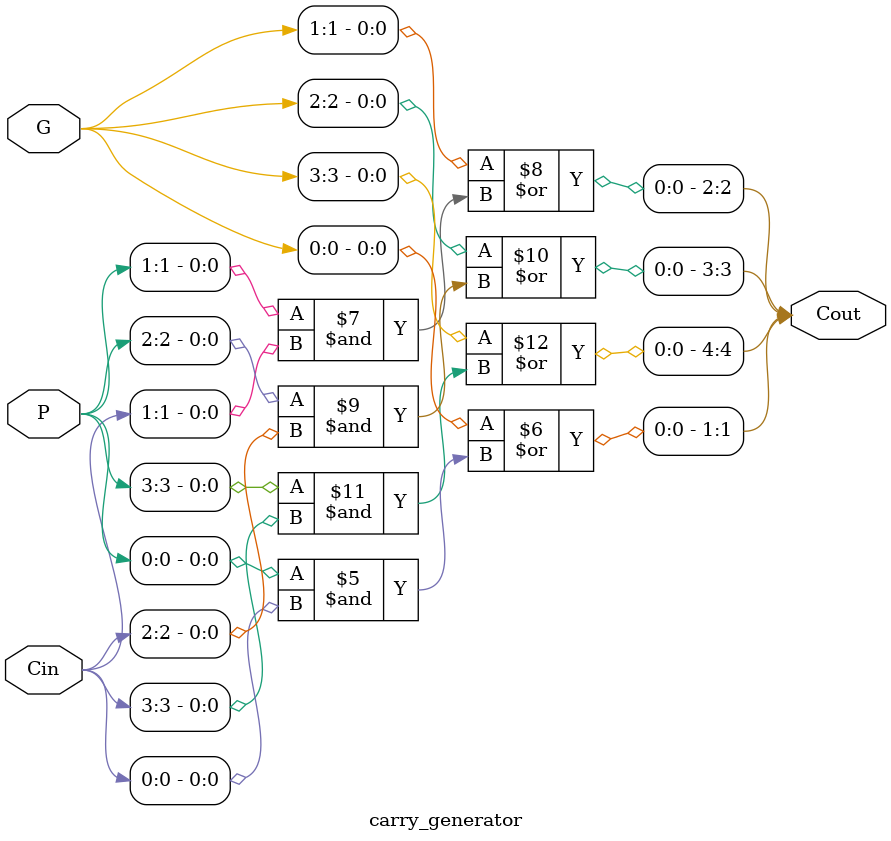
<source format=sv>
module carry_generator(	
	input wire [3:0] P,
	input wire [3:0] G,
	input wire [4:0] Cin,
	output reg [4:1] Cout
);

	always_comb begin
	
		int i;
		
		//generate
		
			for(i = 0; i < 4; i++) begin
				Cout[i+1] = G[i] | (P[i] & Cin[i]);
			end
			
		//endgenerate
		
	end
	
endmodule

	
</source>
